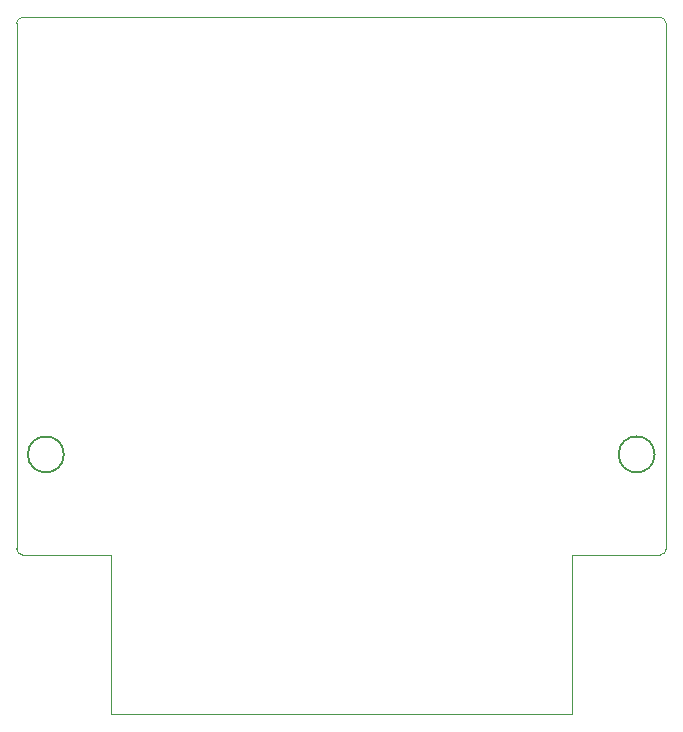
<source format=gbr>
%TF.GenerationSoftware,KiCad,Pcbnew,(6.0.5-0)*%
%TF.CreationDate,2022-07-04T15:33:58-04:00*%
%TF.ProjectId,SVI328MSX,53564933-3238-44d5-9358-2e6b69636164,rev?*%
%TF.SameCoordinates,Original*%
%TF.FileFunction,Profile,NP*%
%FSLAX46Y46*%
G04 Gerber Fmt 4.6, Leading zero omitted, Abs format (unit mm)*
G04 Created by KiCad (PCBNEW (6.0.5-0)) date 2022-07-04 15:33:58*
%MOMM*%
%LPD*%
G01*
G04 APERTURE LIST*
%TA.AperFunction,Profile*%
%ADD10C,0.050000*%
%TD*%
%TA.AperFunction,Profile*%
%ADD11C,0.150000*%
%TD*%
G04 APERTURE END LIST*
D10*
X161500000Y-90500000D02*
X154000000Y-90500000D01*
D11*
X161020691Y-82000000D02*
G75*
G03*
X161020691Y-82000000I-1520691J0D01*
G01*
D10*
X154000000Y-104000000D02*
X154000000Y-90500000D01*
X115000000Y-104000000D02*
X115000000Y-90500000D01*
X161500000Y-90500000D02*
G75*
G03*
X162000000Y-90000000I0J500000D01*
G01*
X107500000Y-45000000D02*
X161500000Y-45000000D01*
X107000000Y-90000000D02*
X107000000Y-45500000D01*
X115000000Y-90500000D02*
X107500000Y-90500000D01*
D11*
X111000000Y-82000000D02*
G75*
G03*
X111000000Y-82000000I-1520691J0D01*
G01*
D10*
X162000000Y-45500000D02*
G75*
G03*
X161500000Y-45000000I-500000J0D01*
G01*
X107500000Y-45000000D02*
G75*
G03*
X107000000Y-45500000I0J-500000D01*
G01*
X115000000Y-104000000D02*
X154000000Y-104000000D01*
X162000000Y-45500000D02*
X162000000Y-90000000D01*
X107000000Y-90000000D02*
G75*
G03*
X107500000Y-90500000I500000J0D01*
G01*
M02*

</source>
